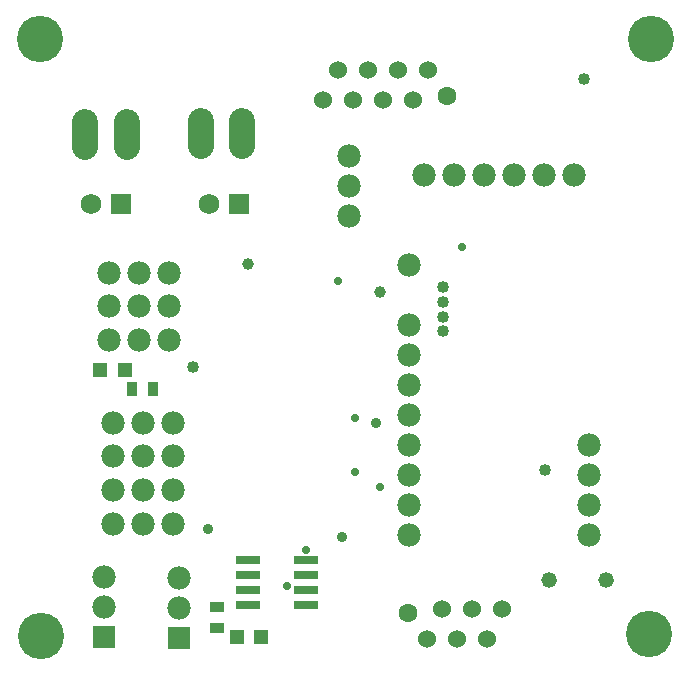
<source format=gts>
G75*
G70*
%OFA0B0*%
%FSLAX24Y24*%
%IPPOS*%
%LPD*%
%AMOC8*
5,1,8,0,0,1.08239X$1,22.5*
%
%ADD10C,0.0520*%
%ADD11R,0.0820X0.0260*%
%ADD12C,0.0780*%
%ADD13C,0.0880*%
%ADD14R,0.0780X0.0780*%
%ADD15C,0.0600*%
%ADD16C,0.0631*%
%ADD17C,0.0690*%
%ADD18R,0.0690X0.0690*%
%ADD19R,0.0512X0.0512*%
%ADD20R,0.0512X0.0355*%
%ADD21R,0.0355X0.0512*%
%ADD22C,0.0400*%
%ADD23C,0.0276*%
%ADD24C,0.0394*%
%ADD25C,0.0355*%
%ADD26C,0.1542*%
D10*
X019080Y003336D03*
X020980Y003336D03*
D11*
X010966Y003506D03*
X010966Y004006D03*
X010966Y003006D03*
X010966Y002506D03*
X009026Y002506D03*
X009026Y003006D03*
X009026Y003506D03*
X009026Y004006D03*
D12*
X006730Y003411D03*
X006730Y002411D03*
X004255Y002436D03*
X004255Y003436D03*
X004530Y005211D03*
X005530Y005211D03*
X006530Y005211D03*
X006530Y006336D03*
X005530Y006336D03*
X004530Y006336D03*
X004530Y007461D03*
X005530Y007461D03*
X006530Y007461D03*
X006530Y008586D03*
X005530Y008586D03*
X004530Y008586D03*
X004405Y011336D03*
X005405Y011336D03*
X006405Y011336D03*
X006405Y012461D03*
X005405Y012461D03*
X004405Y012461D03*
X004405Y013561D03*
X005405Y013561D03*
X006405Y013561D03*
X012405Y015486D03*
X012405Y016486D03*
X012405Y017486D03*
X014905Y016836D03*
X015905Y016836D03*
X016905Y016836D03*
X017905Y016836D03*
X018905Y016836D03*
X019905Y016836D03*
X014405Y013836D03*
X014405Y011836D03*
X014405Y010836D03*
X014405Y009836D03*
X014405Y008836D03*
X014405Y007836D03*
X014405Y006836D03*
X014405Y005836D03*
X014405Y004836D03*
X020405Y004836D03*
X020405Y005836D03*
X020405Y006836D03*
X020405Y007836D03*
D13*
X008844Y017799D02*
X008844Y018639D01*
X007466Y018639D02*
X007466Y017799D01*
X004994Y017774D02*
X004994Y018614D01*
X003616Y018614D02*
X003616Y017774D01*
D14*
X004255Y001436D03*
X006730Y001411D03*
D15*
X015005Y001375D03*
X016005Y001375D03*
X017005Y001375D03*
X016505Y002375D03*
X015505Y002375D03*
X017505Y002375D03*
X014530Y019336D03*
X013530Y019336D03*
X012530Y019336D03*
X011530Y019336D03*
X012030Y020336D03*
X013030Y020336D03*
X014030Y020336D03*
X015030Y020336D03*
D16*
X015668Y019480D03*
X014367Y002231D03*
D17*
X007755Y015886D03*
X003805Y015886D03*
D18*
X004805Y015886D03*
X008755Y015886D03*
D19*
X004943Y010336D03*
X004117Y010336D03*
X008665Y001435D03*
X009491Y001435D03*
D20*
X008005Y001734D03*
X008005Y002443D03*
D21*
X005884Y009711D03*
X005176Y009711D03*
D22*
X007200Y010446D03*
X015535Y011621D03*
X015535Y012111D03*
X015535Y012601D03*
X015535Y013091D03*
X018940Y007006D03*
X020230Y020021D03*
D23*
X016165Y014421D03*
X012035Y013301D03*
X012595Y008751D03*
X012595Y006931D03*
X013435Y006441D03*
X010985Y004341D03*
X010355Y003151D03*
D24*
X013430Y012936D03*
X009055Y013886D03*
D25*
X013295Y008555D03*
X012161Y004754D03*
X007702Y005034D03*
D26*
X002158Y001478D03*
X022423Y001541D03*
X022472Y021386D03*
X002095Y021365D03*
M02*

</source>
